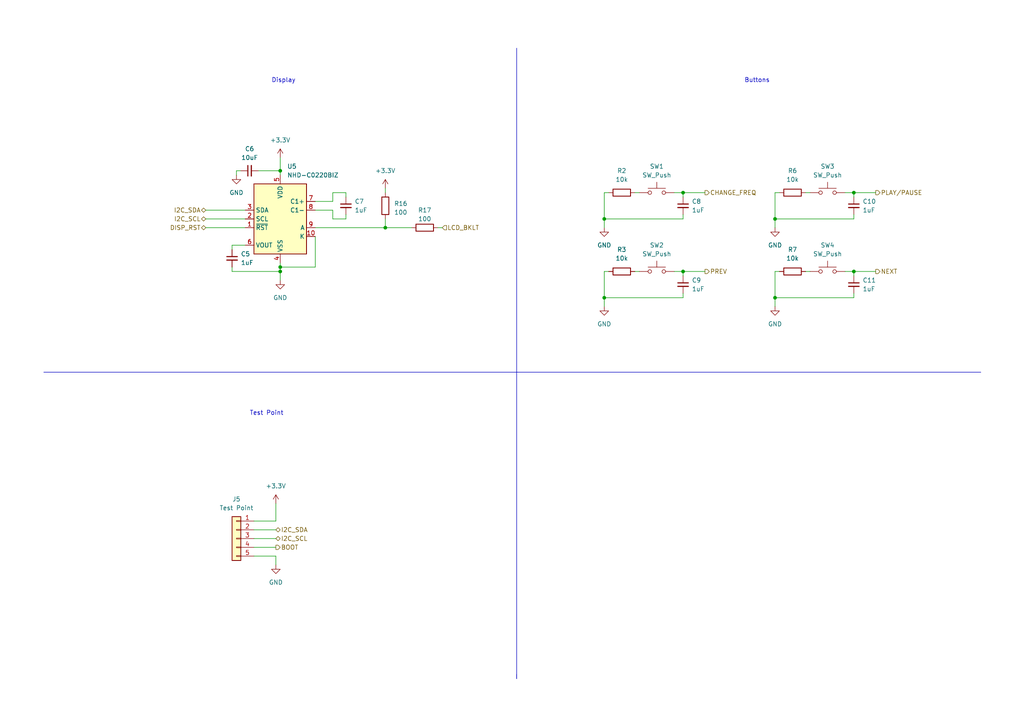
<source format=kicad_sch>
(kicad_sch (version 20230121) (generator eeschema)
  (paper "A4")
  (title_block (title "User Interface") (date "2023-04-29") (rev "2.2") (company "Team 18"))
  (lib_symbols
    (symbol "Connector_Generic:Conn_01x05" (pin_names (offset 1.016) hide)
      (property "Reference" "J" (at 0 7.62 0))
      (property "Value" "Conn_01x05" (at 0 -7.62 0))
      (symbol "Conn_01x05_1_1"
        (rectangle (start -1.27 -4.953) (end 0 -5.207) (stroke (width 0.1524)))
        (rectangle (start -1.27 -2.413) (end 0 -2.667) (stroke (width 0.1524)))
        (rectangle (start -1.27 0.127) (end 0 -0.127) (stroke (width 0.1524)))
        (rectangle (start -1.27 2.667) (end 0 2.413) (stroke (width 0.1524)))
        (rectangle (start -1.27 5.207) (end 0 4.953) (stroke (width 0.1524)))
        (rectangle (start -1.27 6.35) (end 1.27 -6.35) (stroke (width 0.254)) (fill (type background)))
        (pin passive line (at -5.08 5.08 0) (length 3.81) (name "Pin_1") (number "1"))
        (pin passive line (at -5.08 2.54 0) (length 3.81) (name "Pin_2") (number "2"))
        (pin passive line (at -5.08 0 0) (length 3.81) (name "Pin_3") (number "3"))
        (pin passive line (at -5.08 -2.54 0) (length 3.81) (name "Pin_4") (number "4"))
        (pin passive line (at -5.08 -5.08 0) (length 3.81) (name "Pin_5") (number "5"))
      )
    )
    (symbol "Device:C_Small" (pin_numbers hide) (pin_names (offset 0.254) hide)
      (property "Reference" "C" (at 0.254 1.778 0))
      (property "Value" "C_Small" (at 0.254 -2.032 0))
      (symbol "C_Small_0_1"
        (polyline (pts (xy -1.524 -0.508) (xy 1.524 -0.508)) (stroke (width 0.3302)))
        (polyline (pts (xy -1.524 0.508) (xy 1.524 0.508)) (stroke (width 0.3048)))
      )
      (symbol "C_Small_1_1"
        (pin passive line (at 0 2.54 270) (length 2.032) (name "~") (number "1"))
        (pin passive line (at 0 -2.54 90) (length 2.032) (name "~") (number "2"))
      )
    )
    (symbol "Device:R" (pin_numbers hide) (pin_names (offset 0))
      (property "Reference" "R" (at 2.032 0 90))
      (property "Value" "R" (at 0 0 90))
      (symbol "R_0_1"
        (rectangle (start -1.016 -2.54) (end 1.016 2.54) (stroke (width 0.254)))
      )
      (symbol "R_1_1"
        (pin passive line (at 0 3.81 270) (length 1.27) (name "~") (number "1"))
        (pin passive line (at 0 -3.81 90) (length 1.27) (name "~") (number "2"))
      )
    )
    (symbol "Display_Character:NHD-C0220BIZ"
      (property "Reference" "U" (at -6.35 11.43 0))
      (property "Value" "NHD-C0220BIZ" (at 8.89 11.43 0))
      (symbol "NHD-C0220BIZ_0_1"
        (rectangle (start -7.62 10.16) (end 7.62 -10.16) (stroke (width 0.254)) (fill (type background)))
      )
      (symbol "NHD-C0220BIZ_1_1"
        (pin input line (at -10.16 -2.54 0) (length 2.54) (name "~{RST}") (number "1"))
        (pin passive line (at 10.16 -5.08 180) (length 2.54) (name "K") (number "10"))
        (pin input line (at -10.16 0 0) (length 2.54) (name "SCL") (number "2"))
        (pin bidirectional line (at -10.16 2.54 0) (length 2.54) (name "SDA") (number "3"))
        (pin power_in line (at 0 -12.7 90) (length 2.54) (name "VSS") (number "4"))
        (pin power_in line (at 0 12.7 270) (length 2.54) (name "VDD") (number "5"))
        (pin passive line (at -10.16 -7.62 0) (length 2.54) (name "VOUT") (number "6"))
        (pin passive line (at 10.16 5.08 180) (length 2.54) (name "C1+") (number "7"))
        (pin passive line (at 10.16 2.54 180) (length 2.54) (name "C1-") (number "8"))
        (pin passive line (at 10.16 -2.54 180) (length 2.54) (name "A") (number "9"))
      )
    )
    (symbol "Switch:SW_Push" (pin_numbers hide) (pin_names (offset 1.016) hide)
      (property "Reference" "SW" (at 1.27 2.54 0))
      (property "Value" "SW_Push" (at 0 -1.524 0))
      (symbol "SW_Push_0_1"
        (circle (center -2.032 0) (radius 0.508))
        (polyline (pts (xy 0 1.27) (xy 0 3.048)))
        (polyline (pts (xy 2.54 1.27) (xy -2.54 1.27)))
        (circle (center 2.032 0) (radius 0.508))
        (pin passive line (at -5.08 0 0) (length 2.54) (name "1") (number "1"))
        (pin passive line (at 5.08 0 180) (length 2.54) (name "2") (number "2"))
      )
    )
    (symbol "power:+3.3V" (power) (pin_names (offset 0))
      (property "Value" "+3.3V" (at 0 3.556 0))
      (symbol "+3.3V_0_1"
        (polyline (pts (xy -0.762 1.27) (xy 0 2.54)))
        (polyline (pts (xy 0 0) (xy 0 2.54)))
        (polyline (pts (xy 0 2.54) (xy 0.762 1.27)))
      )
      (symbol "+3.3V_1_1"
        (pin power_in line (at 0 0 90) (length 0) hide (name "+3.3V") (number "1"))
      )
    )
    (symbol "power:GND" (power) (pin_names (offset 0))
      (property "Value" "GND" (at 0 -3.81 0))
      (symbol "GND_0_1"
        (polyline (pts (xy 0 0) (xy 0 -1.27) (xy 1.27 -1.27) (xy 0 -2.54) (xy -1.27 -1.27) (xy 0 -1.27)))
      )
      (symbol "GND_1_1"
        (pin power_in line (at 0 0 270) (length 0) hide (name "GND") (number "1"))
      )
    )
  )
  (junction (at 111.76 66.04))
  (junction (at 81.28 77.47))
  (junction (at 247.65 78.74))
  (junction (at 198.12 78.74))
  (junction (at 247.65 55.88))
  (junction (at 175.26 86.36))
  (junction (at 81.28 78.74))
  (junction (at 81.28 49.53))
  (junction (at 224.79 63.5))
  (junction (at 175.26 63.5))
  (junction (at 198.12 55.88))
  (junction (at 224.79 86.36))
  (wire (pts (xy 91.44 58.42) (xy 96.52 58.42)))
  (wire (pts (xy 247.65 55.88) (xy 254 55.88)))
  (wire (pts (xy 233.68 55.88) (xy 234.95 55.88)))
  (wire (pts (xy 224.79 63.5) (xy 224.79 66.04)))
  (wire (pts (xy 224.79 86.36) (xy 224.79 88.9)))
  (wire (pts (xy 247.65 78.74) (xy 254 78.74)))
  (wire (pts (xy 245.11 55.88) (xy 247.65 55.88)))
  (wire (pts (xy 195.58 78.74) (xy 198.12 78.74)))
  (wire (pts (xy 80.01 161.29) (xy 80.01 163.83)))
  (wire (pts (xy 198.12 78.74) (xy 204.47 78.74)))
  (wire (pts (xy 175.26 55.88) (xy 175.26 63.5)))
  (wire (pts (xy 73.66 151.13) (xy 80.01 151.13)))
  (wire (pts (xy 247.65 62.23) (xy 247.65 63.5)))
  (wire (pts (xy 247.65 55.88) (xy 247.65 57.15)))
  (wire (pts (xy 224.79 78.74) (xy 226.06 78.74)))
  (wire (pts (xy 175.26 78.74) (xy 175.26 86.36)))
  (wire (pts (xy 245.11 78.74) (xy 247.65 78.74)))
  (wire (pts (xy 198.12 85.09) (xy 198.12 86.36)))
  (wire (pts (xy 73.66 153.67) (xy 80.01 153.67)))
  (wire (pts (xy 198.12 78.74) (xy 198.12 80.01)))
  (wire (pts (xy 198.12 55.88) (xy 204.47 55.88)))
  (wire (pts (xy 198.12 63.5) (xy 175.26 63.5)))
  (wire (pts (xy 127 66.04) (xy 128.27 66.04)))
  (wire (pts (xy 198.12 86.36) (xy 175.26 86.36)))
  (wire (pts (xy 100.33 55.88) (xy 96.52 55.88)))
  (polyline (pts (xy 149.86 13.97) (xy 149.86 107.95)))
  (wire (pts (xy 73.66 161.29) (xy 80.01 161.29)))
  (wire (pts (xy 81.28 77.47) (xy 81.28 78.74)))
  (wire (pts (xy 91.44 68.58) (xy 91.44 77.47)))
  (wire (pts (xy 80.01 146.05) (xy 80.01 151.13)))
  (wire (pts (xy 81.28 76.2) (xy 81.28 77.47)))
  (wire (pts (xy 91.44 66.04) (xy 111.76 66.04)))
  (polyline (pts (xy 149.86 195.58) (xy 149.86 196.85)))
  (wire (pts (xy 224.79 55.88) (xy 226.06 55.88)))
  (wire (pts (xy 81.28 49.53) (xy 81.28 50.8)))
  (wire (pts (xy 100.33 63.5) (xy 100.33 62.23)))
  (wire (pts (xy 247.65 63.5) (xy 224.79 63.5)))
  (wire (pts (xy 175.26 78.74) (xy 176.53 78.74)))
  (wire (pts (xy 184.15 55.88) (xy 185.42 55.88)))
  (wire (pts (xy 68.58 50.8) (xy 68.58 49.53)))
  (wire (pts (xy 111.76 63.5) (xy 111.76 66.04)))
  (wire (pts (xy 185.42 78.74) (xy 184.15 78.74)))
  (wire (pts (xy 96.52 55.88) (xy 96.52 58.42)))
  (wire (pts (xy 74.93 49.53) (xy 81.28 49.53)))
  (wire (pts (xy 111.76 54.61) (xy 111.76 55.88)))
  (wire (pts (xy 247.65 86.36) (xy 224.79 86.36)))
  (wire (pts (xy 71.12 71.12) (xy 67.31 71.12)))
  (wire (pts (xy 67.31 77.47) (xy 67.31 78.74)))
  (wire (pts (xy 59.69 66.04) (xy 71.12 66.04)))
  (wire (pts (xy 198.12 62.23) (xy 198.12 63.5)))
  (wire (pts (xy 96.52 63.5) (xy 100.33 63.5)))
  (wire (pts (xy 233.68 78.74) (xy 234.95 78.74)))
  (wire (pts (xy 247.65 85.09) (xy 247.65 86.36)))
  (wire (pts (xy 67.31 78.74) (xy 81.28 78.74)))
  (wire (pts (xy 81.28 78.74) (xy 81.28 81.28)))
  (polyline (pts (xy 149.86 107.95) (xy 284.48 107.95)))
  (wire (pts (xy 81.28 45.72) (xy 81.28 49.53)))
  (wire (pts (xy 73.66 158.75) (xy 80.01 158.75)))
  (wire (pts (xy 247.65 78.74) (xy 247.65 80.01)))
  (wire (pts (xy 96.52 60.96) (xy 96.52 63.5)))
  (wire (pts (xy 198.12 55.88) (xy 198.12 57.15)))
  (wire (pts (xy 224.79 55.88) (xy 224.79 63.5)))
  (polyline (pts (xy 149.86 107.95) (xy 149.86 196.85)))
  (wire (pts (xy 67.31 71.12) (xy 67.31 72.39)))
  (wire (pts (xy 59.69 63.5) (xy 71.12 63.5)))
  (polyline (pts (xy 12.7 107.95) (xy 149.86 107.95)))
  (wire (pts (xy 111.76 66.04) (xy 119.38 66.04)))
  (wire (pts (xy 68.58 49.53) (xy 69.85 49.53)))
  (wire (pts (xy 59.69 60.96) (xy 71.12 60.96)))
  (wire (pts (xy 175.26 63.5) (xy 175.26 66.04)))
  (wire (pts (xy 195.58 55.88) (xy 198.12 55.88)))
  (wire (pts (xy 100.33 57.15) (xy 100.33 55.88)))
  (wire (pts (xy 175.26 86.36) (xy 175.26 88.9)))
  (wire (pts (xy 91.44 60.96) (xy 96.52 60.96)))
  (wire (pts (xy 91.44 77.47) (xy 81.28 77.47)))
  (wire (pts (xy 175.26 55.88) (xy 176.53 55.88)))
  (wire (pts (xy 73.66 156.21) (xy 80.01 156.21)))
  (wire (pts (xy 224.79 78.74) (xy 224.79 86.36)))
  (text "Display" (at 78.74 24.13 0) (effects (font (size 1.27 1.27)) (justify left bottom)))
  (text "Test Point" (at 72.39 120.65 0) (effects (font (size 1.27 1.27)) (justify left bottom)))
  (text "Buttons" (at 215.9 24.13 0) (effects (font (size 1.27 1.27)) (justify left bottom)))
  (hierarchical_label "NEXT" (shape output) (at 254 78.74 0))
  (hierarchical_label "BOOT" (shape output) (at 80.01 158.75 0))
  (hierarchical_label "CHANGE_FREQ" (shape output) (at 204.47 55.88 0))
  (hierarchical_label "I2C_SDA" (shape bidirectional) (at 59.69 60.96 180))
  (hierarchical_label "LCD_BKLT" (shape input) (at 128.27 66.04 0))
  (hierarchical_label "DISP_RST" (shape bidirectional) (at 59.69 66.04 180))
  (hierarchical_label "I2C_SCL" (shape bidirectional) (at 59.69 63.5 180))
  (hierarchical_label "PLAY{slash}PAUSE" (shape output) (at 254 55.88 0))
  (hierarchical_label "I2C_SCL" (shape bidirectional) (at 80.01 156.21 0))
  (hierarchical_label "I2C_SDA" (shape bidirectional) (at 80.01 153.67 0))
  (hierarchical_label "PREV" (shape output) (at 204.47 78.74 0))
  (symbol (lib_id "power:+3.3V") (at 81.28 45.72 0) (unit 1)
    (property "Reference" "#PWR017" (effects hide))
    (property "Value" "+3.3V" (at 81.28 40.64 0))
  )
  (symbol (lib_id "Device:C_Small") (at 198.12 82.55 0) (unit 1)
    (property "Reference" "C9" (at 200.66 81.2862 0) (effects (justify left)))
    (property "Value" "1uF" (at 200.66 83.8262 0) (effects (justify left)))
    (property "Footprint" "Capacitor_SMD:C_0805_2012Metric_Pad1.18x1.45mm_HandSolder" (effects hide))
  )
  (symbol (lib_id "Device:R") (at 229.87 55.88 90) (unit 1)
    (property "Reference" "R6" (at 229.87 49.53 90))
    (property "Value" "10k" (at 229.87 52.07 90))
    (property "Footprint" "Resistor_SMD:R_0805_2012Metric_Pad1.20x1.40mm_HandSolder" (effects hide))
  )
  (symbol (lib_id "Device:R") (at 111.76 59.69 0) (unit 1)
    (property "Reference" "R16" (at 114.3 59.055 0) (effects (justify left)))
    (property "Value" "100" (at 114.3 61.595 0) (effects (justify left)))
    (property "Footprint" "Resistor_SMD:R_0805_2012Metric_Pad1.20x1.40mm_HandSolder" (effects hide))
  )
  (symbol (lib_id "Device:C_Small") (at 198.12 59.69 0) (unit 1)
    (property "Reference" "C8" (at 200.66 58.4262 0) (effects (justify left)))
    (property "Value" "1uF" (at 200.66 60.9662 0) (effects (justify left)))
    (property "Footprint" "Capacitor_SMD:C_0805_2012Metric_Pad1.18x1.45mm_HandSolder" (effects hide))
  )
  (symbol (lib_id "power:GND") (at 68.58 50.8 0) (unit 1)
    (property "Reference" "#PWR015" (effects hide))
    (property "Value" "GND" (at 68.58 55.88 0))
  )
  (symbol (lib_id "Device:C_Small") (at 247.65 82.55 0) (unit 1)
    (property "Reference" "C11" (at 250.19 81.2862 0) (effects (justify left)))
    (property "Value" "1uF" (at 250.19 83.8262 0) (effects (justify left)))
    (property "Footprint" "Capacitor_SMD:C_0805_2012Metric_Pad1.18x1.45mm_HandSolder" (effects hide))
  )
  (symbol (lib_id "power:GND") (at 224.79 66.04 0) (unit 1)
    (property "Reference" "#PWR011" (effects hide))
    (property "Value" "GND" (at 224.79 71.12 0))
  )
  (symbol (lib_id "power:GND") (at 80.01 163.83 0) (unit 1)
    (property "Reference" "#PWR09" (effects hide))
    (property "Value" "GND" (at 80.01 168.91 0))
  )
  (symbol (lib_id "power:GND") (at 175.26 66.04 0) (unit 1)
    (property "Reference" "#PWR04" (effects hide))
    (property "Value" "GND" (at 175.26 71.12 0))
  )
  (symbol (lib_id "power:+3.3V") (at 111.76 54.61 0) (unit 1)
    (property "Reference" "#PWR024" (effects hide))
    (property "Value" "+3.3V" (at 111.76 49.53 0))
  )
  (symbol (lib_id "power:GND") (at 81.28 81.28 0) (unit 1)
    (property "Reference" "#PWR018" (effects hide))
    (property "Value" "GND" (at 81.28 86.36 0))
  )
  (symbol (lib_id "Device:R") (at 180.34 55.88 90) (unit 1)
    (property "Reference" "R2" (at 180.34 49.53 90))
    (property "Value" "10k" (at 180.34 52.07 90))
    (property "Footprint" "Resistor_SMD:R_0805_2012Metric_Pad1.20x1.40mm_HandSolder" (effects hide))
  )
  (symbol (lib_id "Switch:SW_Push") (at 240.03 78.74 0) (unit 1)
    (property "Reference" "SW4" (at 240.03 71.12 0))
    (property "Value" "SW_Push" (at 240.03 73.66 0))
    (property "Footprint" "Button_Switch_SMD:SW_SPST_Omron_B3FS-101xP" (effects hide))
  )
  (symbol (lib_id "Connector_Generic:Conn_01x05") (at 68.58 156.21 0) (mirror y) (unit 1)
    (property "Reference" "J5" (at 68.58 144.78 0))
    (property "Value" "Test Point" (at 68.58 147.32 0))
    (property "Footprint" "Connector_Molex:Molex_KK-254_AE-6410-05A_1x05_P2.54mm_Vertical" (effects hide))
  )
  (symbol (lib_id "power:+3.3V") (at 80.01 146.05 0) (unit 1)
    (property "Reference" "#PWR016" (effects hide))
    (property "Value" "+3.3V" (at 80.01 140.97 0))
  )
  (symbol (lib_id "Device:R") (at 229.87 78.74 90) (unit 1)
    (property "Reference" "R7" (at 229.87 72.39 90))
    (property "Value" "10k" (at 229.87 74.93 90))
    (property "Footprint" "Resistor_SMD:R_0805_2012Metric_Pad1.20x1.40mm_HandSolder" (effects hide))
  )
  (symbol (lib_id "Device:R") (at 123.19 66.04 90) (unit 1)
    (property "Reference" "R17" (at 123.19 60.96 90))
    (property "Value" "100" (at 123.19 63.5 90))
    (property "Footprint" "Resistor_SMD:R_0805_2012Metric_Pad1.20x1.40mm_HandSolder" (effects hide))
  )
  (symbol (lib_id "Switch:SW_Push") (at 190.5 78.74 0) (unit 1)
    (property "Reference" "SW2" (at 190.5 71.12 0))
    (property "Value" "SW_Push" (at 190.5 73.66 0))
    (property "Footprint" "Button_Switch_SMD:SW_SPST_Omron_B3FS-101xP" (effects hide))
  )
  (symbol (lib_id "Device:R") (at 180.34 78.74 90) (unit 1)
    (property "Reference" "R3" (at 180.34 72.39 90))
    (property "Value" "10k" (at 180.34 74.93 90))
    (property "Footprint" "Resistor_SMD:R_0805_2012Metric_Pad1.20x1.40mm_HandSolder" (effects hide))
  )
  (symbol (lib_id "Device:C_Small") (at 72.39 49.53 90) (unit 1)
    (property "Reference" "C6" (at 72.3963 43.18 90))
    (property "Value" "10uF" (at 72.3963 45.72 90))
    (property "Footprint" "Capacitor_SMD:C_0805_2012Metric_Pad1.18x1.45mm_HandSolder" (effects hide))
  )
  (symbol (lib_id "Display_Character:NHD-C0220BIZ") (at 81.28 63.5 0) (unit 1)
    (property "Reference" "U5" (at 83.2994 48.26 0) (effects (justify left)))
    (property "Value" "NHD-C0220BIZ" (at 83.2994 50.8 0) (effects (justify left)))
    (property "Footprint" "Display:NHD-C0220BiZ" (effects hide))
    (property "Datasheet" "http://www.newhavendisplay.com/specs/NHD-C0220BiZ-FSW-FBW-3V3M.pdf" (effects hide))
  )
  (symbol (lib_id "power:GND") (at 224.79 88.9 0) (unit 1)
    (property "Reference" "#PWR012" (effects hide))
    (property "Value" "GND" (at 224.79 93.98 0))
  )
  (symbol (lib_id "Device:C_Small") (at 67.31 74.93 0) (unit 1)
    (property "Reference" "C5" (at 69.85 73.6662 0) (effects (justify left)))
    (property "Value" "1uF" (at 69.85 76.2062 0) (effects (justify left)))
    (property "Footprint" "Capacitor_SMD:C_0805_2012Metric_Pad1.18x1.45mm_HandSolder" (effects hide))
  )
  (symbol (lib_id "Device:C_Small") (at 100.33 59.69 0) (unit 1)
    (property "Reference" "C7" (at 102.87 58.4262 0) (effects (justify left)))
    (property "Value" "1uF" (at 102.87 60.9662 0) (effects (justify left)))
    (property "Footprint" "Capacitor_SMD:C_0805_2012Metric_Pad1.18x1.45mm_HandSolder" (effects hide))
  )
  (symbol (lib_id "power:GND") (at 175.26 88.9 0) (unit 1)
    (property "Reference" "#PWR05" (effects hide))
    (property "Value" "GND" (at 175.26 93.98 0))
  )
  (symbol (lib_id "Switch:SW_Push") (at 190.5 55.88 0) (unit 1)
    (property "Reference" "SW1" (at 190.5 48.26 0))
    (property "Value" "SW_Push" (at 190.5 50.8 0))
    (property "Footprint" "Button_Switch_SMD:SW_SPST_Omron_B3FS-101xP" (effects hide))
  )
  (symbol (lib_id "Device:C_Small") (at 247.65 59.69 0) (unit 1)
    (property "Reference" "C10" (at 250.19 58.4262 0) (effects (justify left)))
    (property "Value" "1uF" (at 250.19 60.9662 0) (effects (justify left)))
    (property "Footprint" "Capacitor_SMD:C_0805_2012Metric_Pad1.18x1.45mm_HandSolder" (effects hide))
  )
  (symbol (lib_id "Switch:SW_Push") (at 240.03 55.88 0) (unit 1)
    (property "Reference" "SW3" (at 240.03 48.26 0))
    (property "Value" "SW_Push" (at 240.03 50.8 0))
    (property "Footprint" "Button_Switch_SMD:SW_SPST_Omron_B3FS-101xP" (effects hide))
  )
)
</source>
